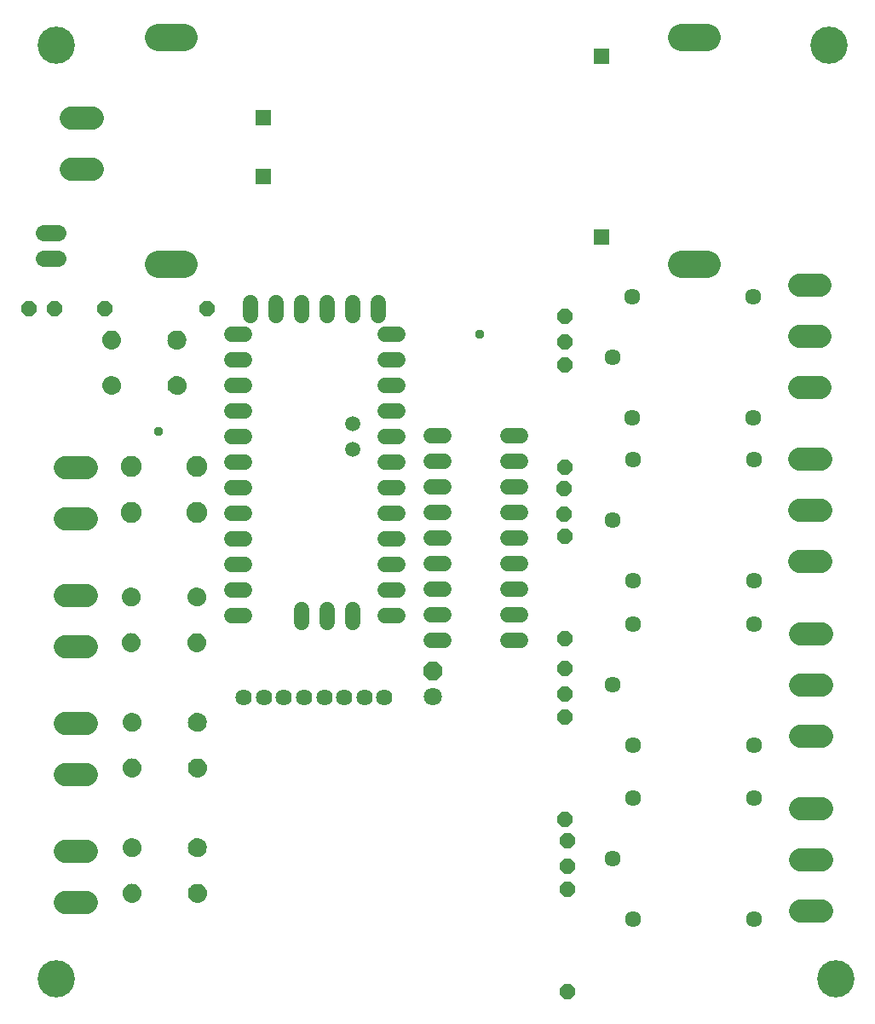
<source format=gbr>
G04 EAGLE Gerber RS-274X export*
G75*
%MOMM*%
%FSLAX34Y34*%
%LPD*%
%INSoldermask Bottom*%
%IPPOS*%
%AMOC8*
5,1,8,0,0,1.08239X$1,22.5*%
G01*
%ADD10C,3.703200*%
%ADD11P,1.951982X8X112.500000*%
%ADD12C,1.803400*%
%ADD13C,2.743200*%
%ADD14P,1.649562X8X112.500000*%
%ADD15P,1.649562X8X292.500000*%
%ADD16C,2.082800*%
%ADD17C,1.625600*%
%ADD18C,1.511200*%
%ADD19C,1.511200*%
%ADD20R,1.511200X1.511200*%
%ADD21C,1.524000*%
%ADD22P,1.649562X8X202.500000*%
%ADD23P,1.649562X8X22.500000*%
%ADD24C,2.298700*%
%ADD25C,1.625600*%
%ADD26C,1.611200*%
%ADD27C,0.959600*%

G36*
X164654Y662818D02*
X164654Y662818D01*
X164675Y662816D01*
X166366Y662968D01*
X166412Y662981D01*
X166488Y662991D01*
X168117Y663470D01*
X168145Y663484D01*
X168166Y663488D01*
X168191Y663502D01*
X168232Y663517D01*
X169736Y664304D01*
X169775Y664333D01*
X169840Y664372D01*
X171162Y665438D01*
X171194Y665474D01*
X171251Y665525D01*
X172340Y666828D01*
X172363Y666869D01*
X172410Y666930D01*
X173223Y668421D01*
X173238Y668466D01*
X173272Y668535D01*
X173779Y670155D01*
X173785Y670203D01*
X173804Y670277D01*
X173985Y671960D01*
X174010Y672158D01*
X174007Y672209D01*
X174011Y672300D01*
X173838Y674009D01*
X173825Y674055D01*
X173813Y674131D01*
X173310Y675773D01*
X173288Y675816D01*
X173262Y675888D01*
X172448Y677401D01*
X172418Y677438D01*
X172378Y677504D01*
X171285Y678828D01*
X171248Y678860D01*
X171197Y678916D01*
X169866Y680002D01*
X169823Y680025D01*
X169762Y680071D01*
X168245Y680876D01*
X168199Y680891D01*
X168130Y680923D01*
X167277Y681179D01*
X166484Y681417D01*
X166437Y681423D01*
X166362Y681441D01*
X164775Y681593D01*
X164758Y681600D01*
X164664Y681641D01*
X164654Y681641D01*
X164646Y681645D01*
X164459Y681656D01*
X162780Y681503D01*
X162733Y681490D01*
X162658Y681480D01*
X161041Y681002D01*
X160998Y680981D01*
X160926Y680956D01*
X159434Y680172D01*
X159396Y680142D01*
X159330Y680104D01*
X158019Y679044D01*
X157988Y679008D01*
X157931Y678957D01*
X156852Y677662D01*
X156828Y677620D01*
X156782Y677559D01*
X155976Y676078D01*
X155961Y676033D01*
X155928Y675964D01*
X155427Y674355D01*
X155421Y674307D01*
X155402Y674233D01*
X155227Y672580D01*
X155180Y672324D01*
X155180Y672302D01*
X155173Y672142D01*
X155358Y670425D01*
X155371Y670378D01*
X155383Y670303D01*
X155899Y668654D01*
X155921Y668611D01*
X155947Y668540D01*
X156775Y667023D01*
X156805Y666985D01*
X156845Y666920D01*
X157953Y665594D01*
X157989Y665563D01*
X158041Y665507D01*
X159386Y664423D01*
X159428Y664400D01*
X159490Y664354D01*
X161021Y663553D01*
X161067Y663539D01*
X161136Y663507D01*
X162793Y663019D01*
X162841Y663014D01*
X162916Y662996D01*
X164384Y662864D01*
X164412Y662848D01*
X164451Y662842D01*
X164488Y662827D01*
X164584Y662822D01*
X164634Y662814D01*
X164654Y662818D01*
G37*
G36*
X99630Y662793D02*
X99630Y662793D01*
X99651Y662791D01*
X101342Y662943D01*
X101388Y662956D01*
X101464Y662966D01*
X103093Y663445D01*
X103121Y663459D01*
X103142Y663463D01*
X103167Y663477D01*
X103208Y663492D01*
X104712Y664279D01*
X104751Y664308D01*
X104816Y664347D01*
X106138Y665413D01*
X106170Y665449D01*
X106227Y665500D01*
X107316Y666803D01*
X107339Y666844D01*
X107386Y666905D01*
X108199Y668396D01*
X108214Y668441D01*
X108248Y668510D01*
X108755Y670130D01*
X108761Y670178D01*
X108780Y670252D01*
X108961Y671935D01*
X108986Y672133D01*
X108983Y672184D01*
X108987Y672275D01*
X108814Y673984D01*
X108801Y674030D01*
X108789Y674106D01*
X108286Y675748D01*
X108264Y675791D01*
X108238Y675863D01*
X107424Y677376D01*
X107394Y677413D01*
X107354Y677479D01*
X106261Y678803D01*
X106224Y678835D01*
X106173Y678891D01*
X104842Y679977D01*
X104799Y680000D01*
X104738Y680046D01*
X103221Y680851D01*
X103175Y680866D01*
X103106Y680898D01*
X102253Y681154D01*
X101460Y681392D01*
X101413Y681398D01*
X101338Y681416D01*
X99751Y681568D01*
X99734Y681575D01*
X99640Y681616D01*
X99630Y681616D01*
X99622Y681620D01*
X99435Y681631D01*
X97756Y681478D01*
X97709Y681465D01*
X97634Y681455D01*
X96017Y680977D01*
X95974Y680956D01*
X95902Y680931D01*
X94410Y680147D01*
X94372Y680117D01*
X94306Y680079D01*
X92995Y679019D01*
X92964Y678983D01*
X92907Y678932D01*
X91828Y677637D01*
X91804Y677595D01*
X91758Y677534D01*
X90952Y676053D01*
X90937Y676008D01*
X90904Y675939D01*
X90403Y674330D01*
X90397Y674282D01*
X90378Y674208D01*
X90203Y672555D01*
X90156Y672299D01*
X90156Y672277D01*
X90149Y672117D01*
X90334Y670400D01*
X90347Y670353D01*
X90359Y670278D01*
X90875Y668629D01*
X90897Y668586D01*
X90923Y668515D01*
X91751Y666998D01*
X91781Y666960D01*
X91821Y666895D01*
X92929Y665569D01*
X92965Y665538D01*
X93017Y665482D01*
X94362Y664398D01*
X94404Y664375D01*
X94466Y664329D01*
X95997Y663528D01*
X96043Y663514D01*
X96112Y663482D01*
X97769Y662994D01*
X97817Y662989D01*
X97892Y662971D01*
X99360Y662839D01*
X99388Y662823D01*
X99427Y662817D01*
X99464Y662802D01*
X99560Y662797D01*
X99610Y662789D01*
X99630Y662793D01*
G37*
G36*
X99630Y617555D02*
X99630Y617555D01*
X99651Y617553D01*
X101342Y617705D01*
X101388Y617718D01*
X101464Y617728D01*
X103093Y618207D01*
X103121Y618221D01*
X103142Y618225D01*
X103167Y618239D01*
X103208Y618254D01*
X104712Y619041D01*
X104751Y619070D01*
X104816Y619109D01*
X106138Y620175D01*
X106170Y620211D01*
X106227Y620262D01*
X107316Y621565D01*
X107339Y621606D01*
X107386Y621667D01*
X108199Y623158D01*
X108214Y623203D01*
X108248Y623272D01*
X108755Y624892D01*
X108761Y624940D01*
X108780Y625014D01*
X108961Y626697D01*
X108986Y626895D01*
X108983Y626946D01*
X108987Y627037D01*
X108814Y628746D01*
X108801Y628792D01*
X108789Y628868D01*
X108286Y630510D01*
X108264Y630553D01*
X108238Y630625D01*
X107424Y632138D01*
X107394Y632175D01*
X107354Y632241D01*
X106261Y633565D01*
X106224Y633597D01*
X106173Y633653D01*
X104842Y634739D01*
X104799Y634762D01*
X104738Y634808D01*
X103221Y635613D01*
X103175Y635628D01*
X103106Y635660D01*
X102253Y635916D01*
X101460Y636154D01*
X101413Y636160D01*
X101338Y636178D01*
X99751Y636330D01*
X99734Y636337D01*
X99640Y636378D01*
X99630Y636378D01*
X99622Y636382D01*
X99435Y636393D01*
X97756Y636240D01*
X97709Y636227D01*
X97634Y636217D01*
X96017Y635739D01*
X95974Y635718D01*
X95902Y635693D01*
X94410Y634909D01*
X94372Y634879D01*
X94306Y634841D01*
X92995Y633781D01*
X92964Y633745D01*
X92907Y633694D01*
X91828Y632399D01*
X91804Y632357D01*
X91758Y632296D01*
X90952Y630815D01*
X90937Y630770D01*
X90904Y630701D01*
X90403Y629092D01*
X90397Y629044D01*
X90378Y628970D01*
X90203Y627317D01*
X90156Y627061D01*
X90156Y627039D01*
X90149Y626879D01*
X90334Y625162D01*
X90347Y625115D01*
X90359Y625040D01*
X90875Y623391D01*
X90897Y623348D01*
X90923Y623277D01*
X91751Y621760D01*
X91781Y621722D01*
X91821Y621657D01*
X92929Y620331D01*
X92965Y620300D01*
X93017Y620244D01*
X94362Y619160D01*
X94404Y619137D01*
X94466Y619091D01*
X95997Y618290D01*
X96043Y618276D01*
X96112Y618244D01*
X97769Y617756D01*
X97817Y617751D01*
X97892Y617733D01*
X99360Y617601D01*
X99388Y617585D01*
X99427Y617579D01*
X99464Y617564D01*
X99560Y617559D01*
X99610Y617551D01*
X99630Y617555D01*
G37*
G36*
X164705Y617530D02*
X164705Y617530D01*
X164726Y617528D01*
X166417Y617680D01*
X166463Y617693D01*
X166539Y617703D01*
X168168Y618182D01*
X168196Y618196D01*
X168217Y618200D01*
X168242Y618214D01*
X168283Y618229D01*
X169787Y619016D01*
X169826Y619045D01*
X169891Y619084D01*
X171213Y620150D01*
X171245Y620186D01*
X171302Y620237D01*
X172391Y621540D01*
X172414Y621581D01*
X172461Y621642D01*
X173274Y623133D01*
X173289Y623178D01*
X173323Y623247D01*
X173830Y624867D01*
X173836Y624915D01*
X173855Y624989D01*
X174036Y626672D01*
X174061Y626870D01*
X174058Y626921D01*
X174062Y627012D01*
X173889Y628721D01*
X173876Y628767D01*
X173864Y628843D01*
X173361Y630485D01*
X173339Y630528D01*
X173313Y630600D01*
X172499Y632113D01*
X172469Y632150D01*
X172429Y632216D01*
X171336Y633540D01*
X171299Y633572D01*
X171248Y633628D01*
X169917Y634714D01*
X169874Y634737D01*
X169813Y634783D01*
X168296Y635588D01*
X168250Y635603D01*
X168181Y635635D01*
X167328Y635891D01*
X166535Y636129D01*
X166488Y636135D01*
X166413Y636153D01*
X164826Y636305D01*
X164809Y636312D01*
X164715Y636353D01*
X164705Y636353D01*
X164697Y636357D01*
X164510Y636368D01*
X162831Y636215D01*
X162784Y636202D01*
X162709Y636192D01*
X161092Y635714D01*
X161049Y635693D01*
X160977Y635668D01*
X159485Y634884D01*
X159447Y634854D01*
X159381Y634816D01*
X158070Y633756D01*
X158039Y633720D01*
X157982Y633669D01*
X156903Y632374D01*
X156879Y632332D01*
X156833Y632271D01*
X156027Y630790D01*
X156012Y630745D01*
X155979Y630676D01*
X155478Y629067D01*
X155472Y629019D01*
X155453Y628945D01*
X155278Y627292D01*
X155231Y627036D01*
X155231Y627014D01*
X155224Y626854D01*
X155409Y625137D01*
X155422Y625090D01*
X155434Y625015D01*
X155950Y623366D01*
X155972Y623323D01*
X155998Y623252D01*
X156826Y621735D01*
X156856Y621697D01*
X156896Y621632D01*
X158004Y620306D01*
X158040Y620275D01*
X158092Y620219D01*
X159437Y619135D01*
X159479Y619112D01*
X159541Y619066D01*
X161072Y618265D01*
X161118Y618251D01*
X161187Y618219D01*
X162844Y617731D01*
X162892Y617726D01*
X162967Y617708D01*
X164435Y617576D01*
X164463Y617560D01*
X164502Y617554D01*
X164539Y617539D01*
X164635Y617534D01*
X164685Y617526D01*
X164705Y617530D01*
G37*
G36*
X184339Y407548D02*
X184339Y407548D01*
X184360Y407546D01*
X186051Y407698D01*
X186097Y407711D01*
X186173Y407721D01*
X187802Y408200D01*
X187830Y408214D01*
X187851Y408218D01*
X187876Y408232D01*
X187917Y408247D01*
X189421Y409034D01*
X189460Y409063D01*
X189525Y409102D01*
X190847Y410168D01*
X190879Y410204D01*
X190936Y410255D01*
X192025Y411558D01*
X192048Y411599D01*
X192095Y411660D01*
X192908Y413151D01*
X192923Y413196D01*
X192957Y413265D01*
X193464Y414885D01*
X193470Y414933D01*
X193489Y415007D01*
X193670Y416690D01*
X193695Y416888D01*
X193692Y416939D01*
X193696Y417030D01*
X193523Y418739D01*
X193510Y418785D01*
X193498Y418861D01*
X192995Y420503D01*
X192973Y420546D01*
X192947Y420618D01*
X192133Y422131D01*
X192103Y422168D01*
X192063Y422234D01*
X190970Y423558D01*
X190933Y423590D01*
X190882Y423646D01*
X189551Y424732D01*
X189508Y424755D01*
X189447Y424801D01*
X187930Y425606D01*
X187884Y425621D01*
X187815Y425653D01*
X186962Y425909D01*
X186169Y426147D01*
X186122Y426153D01*
X186047Y426171D01*
X184460Y426323D01*
X184443Y426330D01*
X184349Y426371D01*
X184339Y426371D01*
X184331Y426375D01*
X184144Y426386D01*
X182465Y426233D01*
X182418Y426220D01*
X182343Y426210D01*
X180726Y425732D01*
X180683Y425711D01*
X180611Y425686D01*
X179119Y424902D01*
X179081Y424872D01*
X179015Y424834D01*
X177704Y423774D01*
X177673Y423738D01*
X177616Y423687D01*
X176537Y422392D01*
X176513Y422350D01*
X176467Y422289D01*
X175661Y420808D01*
X175646Y420763D01*
X175613Y420694D01*
X175112Y419085D01*
X175106Y419037D01*
X175087Y418963D01*
X174912Y417310D01*
X174865Y417054D01*
X174865Y417032D01*
X174858Y416872D01*
X175043Y415155D01*
X175056Y415108D01*
X175068Y415033D01*
X175584Y413384D01*
X175606Y413341D01*
X175632Y413270D01*
X176460Y411753D01*
X176490Y411715D01*
X176530Y411650D01*
X177638Y410324D01*
X177674Y410293D01*
X177726Y410237D01*
X179071Y409153D01*
X179113Y409130D01*
X179175Y409084D01*
X180706Y408283D01*
X180752Y408269D01*
X180821Y408237D01*
X182478Y407749D01*
X182526Y407744D01*
X182601Y407726D01*
X184069Y407594D01*
X184097Y407578D01*
X184136Y407572D01*
X184173Y407557D01*
X184269Y407552D01*
X184319Y407544D01*
X184339Y407548D01*
G37*
G36*
X119315Y407523D02*
X119315Y407523D01*
X119336Y407521D01*
X121027Y407673D01*
X121073Y407686D01*
X121149Y407696D01*
X122778Y408175D01*
X122806Y408189D01*
X122827Y408193D01*
X122852Y408207D01*
X122893Y408222D01*
X124397Y409009D01*
X124436Y409038D01*
X124501Y409077D01*
X125823Y410143D01*
X125855Y410179D01*
X125912Y410230D01*
X127001Y411533D01*
X127024Y411574D01*
X127071Y411635D01*
X127884Y413126D01*
X127899Y413171D01*
X127933Y413240D01*
X128440Y414860D01*
X128446Y414908D01*
X128465Y414982D01*
X128646Y416665D01*
X128671Y416863D01*
X128668Y416914D01*
X128672Y417005D01*
X128499Y418714D01*
X128486Y418760D01*
X128474Y418836D01*
X127971Y420478D01*
X127949Y420521D01*
X127923Y420593D01*
X127109Y422106D01*
X127079Y422143D01*
X127039Y422209D01*
X125946Y423533D01*
X125909Y423565D01*
X125858Y423621D01*
X124527Y424707D01*
X124484Y424730D01*
X124423Y424776D01*
X122906Y425581D01*
X122860Y425596D01*
X122791Y425628D01*
X121938Y425884D01*
X121145Y426122D01*
X121098Y426128D01*
X121023Y426146D01*
X119436Y426298D01*
X119419Y426305D01*
X119325Y426346D01*
X119315Y426346D01*
X119307Y426350D01*
X119120Y426361D01*
X117441Y426208D01*
X117394Y426195D01*
X117319Y426185D01*
X115702Y425707D01*
X115659Y425686D01*
X115587Y425661D01*
X114095Y424877D01*
X114057Y424847D01*
X113991Y424809D01*
X112680Y423749D01*
X112649Y423713D01*
X112592Y423662D01*
X111513Y422367D01*
X111489Y422325D01*
X111443Y422264D01*
X110637Y420783D01*
X110622Y420738D01*
X110589Y420669D01*
X110088Y419060D01*
X110082Y419012D01*
X110063Y418938D01*
X109888Y417285D01*
X109841Y417029D01*
X109841Y417007D01*
X109834Y416847D01*
X110019Y415130D01*
X110032Y415083D01*
X110044Y415008D01*
X110560Y413359D01*
X110582Y413316D01*
X110608Y413245D01*
X111436Y411728D01*
X111466Y411690D01*
X111506Y411625D01*
X112614Y410299D01*
X112650Y410268D01*
X112702Y410212D01*
X114047Y409128D01*
X114089Y409105D01*
X114151Y409059D01*
X115682Y408258D01*
X115728Y408244D01*
X115797Y408212D01*
X117454Y407724D01*
X117502Y407719D01*
X117577Y407701D01*
X119045Y407569D01*
X119073Y407553D01*
X119112Y407547D01*
X119149Y407532D01*
X119245Y407527D01*
X119295Y407519D01*
X119315Y407523D01*
G37*
G36*
X119315Y362285D02*
X119315Y362285D01*
X119336Y362283D01*
X121027Y362435D01*
X121073Y362448D01*
X121149Y362458D01*
X122778Y362937D01*
X122806Y362951D01*
X122827Y362955D01*
X122852Y362969D01*
X122893Y362984D01*
X124397Y363771D01*
X124436Y363800D01*
X124501Y363839D01*
X125823Y364905D01*
X125855Y364941D01*
X125912Y364992D01*
X127001Y366295D01*
X127024Y366336D01*
X127071Y366397D01*
X127884Y367888D01*
X127899Y367933D01*
X127933Y368002D01*
X128440Y369622D01*
X128446Y369670D01*
X128465Y369744D01*
X128646Y371427D01*
X128671Y371625D01*
X128668Y371676D01*
X128672Y371767D01*
X128499Y373476D01*
X128486Y373522D01*
X128474Y373598D01*
X127971Y375240D01*
X127949Y375283D01*
X127923Y375355D01*
X127109Y376868D01*
X127079Y376905D01*
X127039Y376971D01*
X125946Y378295D01*
X125909Y378327D01*
X125858Y378383D01*
X124527Y379469D01*
X124484Y379492D01*
X124423Y379538D01*
X122906Y380343D01*
X122860Y380358D01*
X122791Y380390D01*
X121938Y380646D01*
X121145Y380884D01*
X121098Y380890D01*
X121023Y380908D01*
X119436Y381060D01*
X119419Y381067D01*
X119325Y381108D01*
X119315Y381108D01*
X119307Y381112D01*
X119120Y381123D01*
X117441Y380970D01*
X117394Y380957D01*
X117319Y380947D01*
X115702Y380469D01*
X115659Y380448D01*
X115587Y380423D01*
X114095Y379639D01*
X114057Y379609D01*
X113991Y379571D01*
X112680Y378511D01*
X112649Y378475D01*
X112592Y378424D01*
X111513Y377129D01*
X111489Y377087D01*
X111443Y377026D01*
X110637Y375545D01*
X110622Y375500D01*
X110589Y375431D01*
X110088Y373822D01*
X110082Y373774D01*
X110063Y373700D01*
X109888Y372047D01*
X109841Y371791D01*
X109841Y371769D01*
X109834Y371609D01*
X110019Y369892D01*
X110032Y369845D01*
X110044Y369770D01*
X110560Y368121D01*
X110582Y368078D01*
X110608Y368007D01*
X111436Y366490D01*
X111466Y366452D01*
X111506Y366387D01*
X112614Y365061D01*
X112650Y365030D01*
X112702Y364974D01*
X114047Y363890D01*
X114089Y363867D01*
X114151Y363821D01*
X115682Y363020D01*
X115728Y363006D01*
X115797Y362974D01*
X117454Y362486D01*
X117502Y362481D01*
X117577Y362463D01*
X119045Y362331D01*
X119073Y362315D01*
X119112Y362309D01*
X119149Y362294D01*
X119245Y362289D01*
X119295Y362281D01*
X119315Y362285D01*
G37*
G36*
X184390Y362260D02*
X184390Y362260D01*
X184411Y362258D01*
X186102Y362410D01*
X186148Y362423D01*
X186224Y362433D01*
X187853Y362912D01*
X187881Y362926D01*
X187902Y362930D01*
X187927Y362944D01*
X187968Y362959D01*
X189472Y363746D01*
X189511Y363775D01*
X189576Y363814D01*
X190898Y364880D01*
X190930Y364916D01*
X190987Y364967D01*
X192076Y366270D01*
X192099Y366311D01*
X192146Y366372D01*
X192959Y367863D01*
X192974Y367908D01*
X193008Y367977D01*
X193515Y369597D01*
X193521Y369645D01*
X193540Y369719D01*
X193721Y371402D01*
X193746Y371600D01*
X193743Y371651D01*
X193747Y371742D01*
X193574Y373451D01*
X193561Y373497D01*
X193549Y373573D01*
X193046Y375215D01*
X193024Y375258D01*
X192998Y375330D01*
X192184Y376843D01*
X192154Y376880D01*
X192114Y376946D01*
X191021Y378270D01*
X190984Y378302D01*
X190933Y378358D01*
X189602Y379444D01*
X189559Y379467D01*
X189498Y379513D01*
X187981Y380318D01*
X187935Y380333D01*
X187866Y380365D01*
X187013Y380621D01*
X186220Y380859D01*
X186173Y380865D01*
X186098Y380883D01*
X184511Y381035D01*
X184494Y381042D01*
X184400Y381083D01*
X184390Y381083D01*
X184382Y381087D01*
X184195Y381098D01*
X182516Y380945D01*
X182469Y380932D01*
X182394Y380922D01*
X180777Y380444D01*
X180734Y380423D01*
X180662Y380398D01*
X179170Y379614D01*
X179132Y379584D01*
X179066Y379546D01*
X177755Y378486D01*
X177724Y378450D01*
X177667Y378399D01*
X176588Y377104D01*
X176564Y377062D01*
X176518Y377001D01*
X175712Y375520D01*
X175697Y375475D01*
X175664Y375406D01*
X175163Y373797D01*
X175157Y373749D01*
X175138Y373675D01*
X174963Y372022D01*
X174916Y371766D01*
X174916Y371744D01*
X174909Y371584D01*
X175094Y369867D01*
X175107Y369820D01*
X175119Y369745D01*
X175635Y368096D01*
X175657Y368053D01*
X175683Y367982D01*
X176511Y366465D01*
X176541Y366427D01*
X176581Y366362D01*
X177689Y365036D01*
X177725Y365005D01*
X177777Y364949D01*
X179122Y363865D01*
X179164Y363842D01*
X179226Y363796D01*
X180757Y362995D01*
X180803Y362981D01*
X180872Y362949D01*
X182529Y362461D01*
X182577Y362456D01*
X182652Y362438D01*
X184120Y362306D01*
X184148Y362290D01*
X184187Y362284D01*
X184224Y362269D01*
X184320Y362264D01*
X184370Y362256D01*
X184390Y362260D01*
G37*
G36*
X184974Y283088D02*
X184974Y283088D01*
X184995Y283086D01*
X186686Y283238D01*
X186732Y283251D01*
X186808Y283261D01*
X188437Y283740D01*
X188465Y283754D01*
X188486Y283758D01*
X188511Y283772D01*
X188552Y283787D01*
X190056Y284574D01*
X190095Y284603D01*
X190160Y284642D01*
X191482Y285708D01*
X191514Y285744D01*
X191571Y285795D01*
X192660Y287098D01*
X192683Y287139D01*
X192730Y287200D01*
X193543Y288691D01*
X193558Y288736D01*
X193592Y288805D01*
X194099Y290425D01*
X194105Y290473D01*
X194124Y290547D01*
X194305Y292230D01*
X194330Y292428D01*
X194327Y292479D01*
X194331Y292570D01*
X194158Y294279D01*
X194145Y294325D01*
X194133Y294401D01*
X193630Y296043D01*
X193608Y296086D01*
X193582Y296158D01*
X192768Y297671D01*
X192738Y297708D01*
X192698Y297774D01*
X191605Y299098D01*
X191568Y299130D01*
X191517Y299186D01*
X190186Y300272D01*
X190143Y300295D01*
X190082Y300341D01*
X188565Y301146D01*
X188519Y301161D01*
X188450Y301193D01*
X187597Y301449D01*
X186804Y301687D01*
X186757Y301693D01*
X186682Y301711D01*
X185095Y301863D01*
X185078Y301870D01*
X184984Y301911D01*
X184974Y301911D01*
X184966Y301915D01*
X184779Y301926D01*
X183100Y301773D01*
X183053Y301760D01*
X182978Y301750D01*
X181361Y301272D01*
X181318Y301251D01*
X181246Y301226D01*
X179754Y300442D01*
X179716Y300412D01*
X179650Y300374D01*
X178339Y299314D01*
X178308Y299278D01*
X178251Y299227D01*
X177172Y297932D01*
X177148Y297890D01*
X177102Y297829D01*
X176296Y296348D01*
X176281Y296303D01*
X176248Y296234D01*
X175747Y294625D01*
X175741Y294577D01*
X175722Y294503D01*
X175547Y292850D01*
X175500Y292594D01*
X175500Y292572D01*
X175493Y292412D01*
X175678Y290695D01*
X175691Y290648D01*
X175703Y290573D01*
X176219Y288924D01*
X176241Y288881D01*
X176267Y288810D01*
X177095Y287293D01*
X177125Y287255D01*
X177165Y287190D01*
X178273Y285864D01*
X178309Y285833D01*
X178361Y285777D01*
X179706Y284693D01*
X179748Y284670D01*
X179810Y284624D01*
X181341Y283823D01*
X181387Y283809D01*
X181456Y283777D01*
X183113Y283289D01*
X183161Y283284D01*
X183236Y283266D01*
X184704Y283134D01*
X184732Y283118D01*
X184771Y283112D01*
X184808Y283097D01*
X184904Y283092D01*
X184954Y283084D01*
X184974Y283088D01*
G37*
G36*
X119950Y283063D02*
X119950Y283063D01*
X119971Y283061D01*
X121662Y283213D01*
X121708Y283226D01*
X121784Y283236D01*
X123413Y283715D01*
X123441Y283729D01*
X123462Y283733D01*
X123487Y283747D01*
X123528Y283762D01*
X125032Y284549D01*
X125071Y284578D01*
X125136Y284617D01*
X126458Y285683D01*
X126490Y285719D01*
X126547Y285770D01*
X127636Y287073D01*
X127659Y287114D01*
X127706Y287175D01*
X128519Y288666D01*
X128534Y288711D01*
X128568Y288780D01*
X129075Y290400D01*
X129081Y290448D01*
X129100Y290522D01*
X129281Y292205D01*
X129306Y292403D01*
X129303Y292454D01*
X129307Y292545D01*
X129134Y294254D01*
X129121Y294300D01*
X129109Y294376D01*
X128606Y296018D01*
X128584Y296061D01*
X128558Y296133D01*
X127744Y297646D01*
X127714Y297683D01*
X127674Y297749D01*
X126581Y299073D01*
X126544Y299105D01*
X126493Y299161D01*
X125162Y300247D01*
X125119Y300270D01*
X125058Y300316D01*
X123541Y301121D01*
X123495Y301136D01*
X123426Y301168D01*
X122573Y301424D01*
X121780Y301662D01*
X121733Y301668D01*
X121658Y301686D01*
X120071Y301838D01*
X120054Y301845D01*
X119960Y301886D01*
X119950Y301886D01*
X119942Y301890D01*
X119755Y301901D01*
X118076Y301748D01*
X118029Y301735D01*
X117954Y301725D01*
X116337Y301247D01*
X116294Y301226D01*
X116222Y301201D01*
X114730Y300417D01*
X114692Y300387D01*
X114626Y300349D01*
X113315Y299289D01*
X113284Y299253D01*
X113227Y299202D01*
X112148Y297907D01*
X112124Y297865D01*
X112078Y297804D01*
X111272Y296323D01*
X111257Y296278D01*
X111224Y296209D01*
X110723Y294600D01*
X110717Y294552D01*
X110698Y294478D01*
X110523Y292825D01*
X110476Y292569D01*
X110476Y292547D01*
X110469Y292387D01*
X110654Y290670D01*
X110667Y290623D01*
X110679Y290548D01*
X111195Y288899D01*
X111217Y288856D01*
X111243Y288785D01*
X112071Y287268D01*
X112101Y287230D01*
X112141Y287165D01*
X113249Y285839D01*
X113285Y285808D01*
X113337Y285752D01*
X114682Y284668D01*
X114724Y284645D01*
X114786Y284599D01*
X116317Y283798D01*
X116363Y283784D01*
X116432Y283752D01*
X118089Y283264D01*
X118137Y283259D01*
X118212Y283241D01*
X119680Y283109D01*
X119708Y283093D01*
X119747Y283087D01*
X119784Y283072D01*
X119880Y283067D01*
X119930Y283059D01*
X119950Y283063D01*
G37*
G36*
X119950Y237825D02*
X119950Y237825D01*
X119971Y237823D01*
X121662Y237975D01*
X121708Y237988D01*
X121784Y237998D01*
X123413Y238477D01*
X123441Y238491D01*
X123462Y238495D01*
X123487Y238509D01*
X123528Y238524D01*
X125032Y239311D01*
X125071Y239340D01*
X125136Y239379D01*
X126458Y240445D01*
X126490Y240481D01*
X126547Y240532D01*
X127636Y241835D01*
X127659Y241876D01*
X127706Y241937D01*
X128519Y243428D01*
X128534Y243473D01*
X128568Y243542D01*
X129075Y245162D01*
X129081Y245210D01*
X129100Y245284D01*
X129281Y246967D01*
X129306Y247165D01*
X129303Y247216D01*
X129307Y247307D01*
X129134Y249016D01*
X129121Y249062D01*
X129109Y249138D01*
X128606Y250780D01*
X128584Y250823D01*
X128558Y250895D01*
X127744Y252408D01*
X127714Y252445D01*
X127674Y252511D01*
X126581Y253835D01*
X126544Y253867D01*
X126493Y253923D01*
X125162Y255009D01*
X125119Y255032D01*
X125058Y255078D01*
X123541Y255883D01*
X123495Y255898D01*
X123426Y255930D01*
X122573Y256186D01*
X121780Y256424D01*
X121733Y256430D01*
X121658Y256448D01*
X120071Y256600D01*
X120054Y256607D01*
X119960Y256648D01*
X119950Y256648D01*
X119942Y256652D01*
X119755Y256663D01*
X118076Y256510D01*
X118029Y256497D01*
X117954Y256487D01*
X116337Y256009D01*
X116294Y255988D01*
X116222Y255963D01*
X114730Y255179D01*
X114692Y255149D01*
X114626Y255111D01*
X113315Y254051D01*
X113284Y254015D01*
X113227Y253964D01*
X112148Y252669D01*
X112124Y252627D01*
X112078Y252566D01*
X111272Y251085D01*
X111257Y251040D01*
X111224Y250971D01*
X110723Y249362D01*
X110717Y249314D01*
X110698Y249240D01*
X110523Y247587D01*
X110476Y247331D01*
X110476Y247309D01*
X110469Y247149D01*
X110654Y245432D01*
X110667Y245385D01*
X110679Y245310D01*
X111195Y243661D01*
X111217Y243618D01*
X111243Y243547D01*
X112071Y242030D01*
X112101Y241992D01*
X112141Y241927D01*
X113249Y240601D01*
X113285Y240570D01*
X113337Y240514D01*
X114682Y239430D01*
X114724Y239407D01*
X114786Y239361D01*
X116317Y238560D01*
X116363Y238546D01*
X116432Y238514D01*
X118089Y238026D01*
X118137Y238021D01*
X118212Y238003D01*
X119680Y237871D01*
X119708Y237855D01*
X119747Y237849D01*
X119784Y237834D01*
X119880Y237829D01*
X119930Y237821D01*
X119950Y237825D01*
G37*
G36*
X185025Y237800D02*
X185025Y237800D01*
X185046Y237798D01*
X186737Y237950D01*
X186783Y237963D01*
X186859Y237973D01*
X188488Y238452D01*
X188516Y238466D01*
X188537Y238470D01*
X188562Y238484D01*
X188603Y238499D01*
X190107Y239286D01*
X190146Y239315D01*
X190211Y239354D01*
X191533Y240420D01*
X191565Y240456D01*
X191622Y240507D01*
X192711Y241810D01*
X192734Y241851D01*
X192781Y241912D01*
X193594Y243403D01*
X193609Y243448D01*
X193643Y243517D01*
X194150Y245137D01*
X194156Y245185D01*
X194175Y245259D01*
X194356Y246942D01*
X194381Y247140D01*
X194378Y247191D01*
X194382Y247282D01*
X194209Y248991D01*
X194196Y249037D01*
X194184Y249113D01*
X193681Y250755D01*
X193659Y250798D01*
X193633Y250870D01*
X192819Y252383D01*
X192789Y252420D01*
X192749Y252486D01*
X191656Y253810D01*
X191619Y253842D01*
X191568Y253898D01*
X190237Y254984D01*
X190194Y255007D01*
X190133Y255053D01*
X188616Y255858D01*
X188570Y255873D01*
X188501Y255905D01*
X187648Y256161D01*
X186855Y256399D01*
X186808Y256405D01*
X186733Y256423D01*
X185146Y256575D01*
X185129Y256582D01*
X185035Y256623D01*
X185025Y256623D01*
X185017Y256627D01*
X184830Y256638D01*
X183151Y256485D01*
X183104Y256472D01*
X183029Y256462D01*
X181412Y255984D01*
X181369Y255963D01*
X181297Y255938D01*
X179805Y255154D01*
X179767Y255124D01*
X179701Y255086D01*
X178390Y254026D01*
X178359Y253990D01*
X178302Y253939D01*
X177223Y252644D01*
X177199Y252602D01*
X177153Y252541D01*
X176347Y251060D01*
X176332Y251015D01*
X176299Y250946D01*
X175798Y249337D01*
X175792Y249289D01*
X175773Y249215D01*
X175598Y247562D01*
X175551Y247306D01*
X175551Y247284D01*
X175544Y247124D01*
X175729Y245407D01*
X175742Y245360D01*
X175754Y245285D01*
X176270Y243636D01*
X176292Y243593D01*
X176318Y243522D01*
X177146Y242005D01*
X177176Y241967D01*
X177216Y241902D01*
X178324Y240576D01*
X178360Y240545D01*
X178412Y240489D01*
X179757Y239405D01*
X179799Y239382D01*
X179861Y239336D01*
X181392Y238535D01*
X181438Y238521D01*
X181507Y238489D01*
X183164Y238001D01*
X183212Y237996D01*
X183287Y237978D01*
X184755Y237846D01*
X184783Y237830D01*
X184822Y237824D01*
X184859Y237809D01*
X184955Y237804D01*
X185005Y237796D01*
X185025Y237800D01*
G37*
G36*
X184974Y158628D02*
X184974Y158628D01*
X184995Y158626D01*
X186686Y158778D01*
X186732Y158791D01*
X186808Y158801D01*
X188437Y159280D01*
X188465Y159294D01*
X188486Y159298D01*
X188511Y159312D01*
X188552Y159327D01*
X190056Y160114D01*
X190095Y160143D01*
X190160Y160182D01*
X191482Y161248D01*
X191514Y161284D01*
X191571Y161335D01*
X192660Y162638D01*
X192683Y162679D01*
X192730Y162740D01*
X193543Y164231D01*
X193558Y164276D01*
X193592Y164345D01*
X194099Y165965D01*
X194105Y166013D01*
X194124Y166087D01*
X194305Y167770D01*
X194330Y167968D01*
X194327Y168019D01*
X194331Y168110D01*
X194158Y169819D01*
X194145Y169865D01*
X194133Y169941D01*
X193630Y171583D01*
X193608Y171626D01*
X193582Y171698D01*
X192768Y173211D01*
X192738Y173248D01*
X192698Y173314D01*
X191605Y174638D01*
X191568Y174670D01*
X191517Y174726D01*
X190186Y175812D01*
X190143Y175835D01*
X190082Y175881D01*
X188565Y176686D01*
X188519Y176701D01*
X188450Y176733D01*
X187597Y176989D01*
X186804Y177227D01*
X186757Y177233D01*
X186682Y177251D01*
X185095Y177403D01*
X185078Y177410D01*
X184984Y177451D01*
X184974Y177451D01*
X184966Y177455D01*
X184779Y177466D01*
X183100Y177313D01*
X183053Y177300D01*
X182978Y177290D01*
X181361Y176812D01*
X181318Y176791D01*
X181246Y176766D01*
X179754Y175982D01*
X179716Y175952D01*
X179650Y175914D01*
X178339Y174854D01*
X178308Y174818D01*
X178251Y174767D01*
X177172Y173472D01*
X177148Y173430D01*
X177102Y173369D01*
X176296Y171888D01*
X176281Y171843D01*
X176248Y171774D01*
X175747Y170165D01*
X175741Y170117D01*
X175722Y170043D01*
X175547Y168390D01*
X175500Y168134D01*
X175500Y168112D01*
X175493Y167952D01*
X175678Y166235D01*
X175691Y166188D01*
X175703Y166113D01*
X176219Y164464D01*
X176241Y164421D01*
X176267Y164350D01*
X177095Y162833D01*
X177125Y162795D01*
X177165Y162730D01*
X178273Y161404D01*
X178309Y161373D01*
X178361Y161317D01*
X179706Y160233D01*
X179748Y160210D01*
X179810Y160164D01*
X181341Y159363D01*
X181387Y159349D01*
X181456Y159317D01*
X183113Y158829D01*
X183161Y158824D01*
X183236Y158806D01*
X184704Y158674D01*
X184732Y158658D01*
X184771Y158652D01*
X184808Y158637D01*
X184904Y158632D01*
X184954Y158624D01*
X184974Y158628D01*
G37*
G36*
X119950Y158603D02*
X119950Y158603D01*
X119971Y158601D01*
X121662Y158753D01*
X121708Y158766D01*
X121784Y158776D01*
X123413Y159255D01*
X123441Y159269D01*
X123462Y159273D01*
X123487Y159287D01*
X123528Y159302D01*
X125032Y160089D01*
X125071Y160118D01*
X125136Y160157D01*
X126458Y161223D01*
X126490Y161259D01*
X126547Y161310D01*
X127636Y162613D01*
X127659Y162654D01*
X127706Y162715D01*
X128519Y164206D01*
X128534Y164251D01*
X128568Y164320D01*
X129075Y165940D01*
X129081Y165988D01*
X129100Y166062D01*
X129281Y167745D01*
X129306Y167943D01*
X129303Y167994D01*
X129307Y168085D01*
X129134Y169794D01*
X129121Y169840D01*
X129109Y169916D01*
X128606Y171558D01*
X128584Y171601D01*
X128558Y171673D01*
X127744Y173186D01*
X127714Y173223D01*
X127674Y173289D01*
X126581Y174613D01*
X126544Y174645D01*
X126493Y174701D01*
X125162Y175787D01*
X125119Y175810D01*
X125058Y175856D01*
X123541Y176661D01*
X123495Y176676D01*
X123426Y176708D01*
X122573Y176964D01*
X121780Y177202D01*
X121733Y177208D01*
X121658Y177226D01*
X120071Y177378D01*
X120054Y177385D01*
X119960Y177426D01*
X119950Y177426D01*
X119942Y177430D01*
X119755Y177441D01*
X118076Y177288D01*
X118029Y177275D01*
X117954Y177265D01*
X116337Y176787D01*
X116294Y176766D01*
X116222Y176741D01*
X114730Y175957D01*
X114692Y175927D01*
X114626Y175889D01*
X113315Y174829D01*
X113284Y174793D01*
X113227Y174742D01*
X112148Y173447D01*
X112124Y173405D01*
X112078Y173344D01*
X111272Y171863D01*
X111257Y171818D01*
X111224Y171749D01*
X110723Y170140D01*
X110717Y170092D01*
X110698Y170018D01*
X110523Y168365D01*
X110476Y168109D01*
X110476Y168087D01*
X110469Y167927D01*
X110654Y166210D01*
X110667Y166163D01*
X110679Y166088D01*
X111195Y164439D01*
X111217Y164396D01*
X111243Y164325D01*
X112071Y162808D01*
X112101Y162770D01*
X112141Y162705D01*
X113249Y161379D01*
X113285Y161348D01*
X113337Y161292D01*
X114682Y160208D01*
X114724Y160185D01*
X114786Y160139D01*
X116317Y159338D01*
X116363Y159324D01*
X116432Y159292D01*
X118089Y158804D01*
X118137Y158799D01*
X118212Y158781D01*
X119680Y158649D01*
X119708Y158633D01*
X119747Y158627D01*
X119784Y158612D01*
X119880Y158607D01*
X119930Y158599D01*
X119950Y158603D01*
G37*
G36*
X119950Y113365D02*
X119950Y113365D01*
X119971Y113363D01*
X121662Y113515D01*
X121708Y113528D01*
X121784Y113538D01*
X123413Y114017D01*
X123441Y114031D01*
X123462Y114035D01*
X123487Y114049D01*
X123528Y114064D01*
X125032Y114851D01*
X125071Y114880D01*
X125136Y114919D01*
X126458Y115985D01*
X126490Y116021D01*
X126547Y116072D01*
X127636Y117375D01*
X127659Y117416D01*
X127706Y117477D01*
X128519Y118968D01*
X128534Y119013D01*
X128568Y119082D01*
X129075Y120702D01*
X129081Y120750D01*
X129100Y120824D01*
X129281Y122507D01*
X129306Y122705D01*
X129303Y122756D01*
X129307Y122847D01*
X129134Y124556D01*
X129121Y124602D01*
X129109Y124678D01*
X128606Y126320D01*
X128584Y126363D01*
X128558Y126435D01*
X127744Y127948D01*
X127714Y127985D01*
X127674Y128051D01*
X126581Y129375D01*
X126544Y129407D01*
X126493Y129463D01*
X125162Y130549D01*
X125119Y130572D01*
X125058Y130618D01*
X123541Y131423D01*
X123495Y131438D01*
X123426Y131470D01*
X122573Y131726D01*
X121780Y131964D01*
X121733Y131970D01*
X121658Y131988D01*
X120071Y132140D01*
X120054Y132147D01*
X119960Y132188D01*
X119950Y132188D01*
X119942Y132192D01*
X119755Y132203D01*
X118076Y132050D01*
X118029Y132037D01*
X117954Y132027D01*
X116337Y131549D01*
X116294Y131528D01*
X116222Y131503D01*
X114730Y130719D01*
X114692Y130689D01*
X114626Y130651D01*
X113315Y129591D01*
X113284Y129555D01*
X113227Y129504D01*
X112148Y128209D01*
X112124Y128167D01*
X112078Y128106D01*
X111272Y126625D01*
X111257Y126580D01*
X111224Y126511D01*
X110723Y124902D01*
X110717Y124854D01*
X110698Y124780D01*
X110523Y123127D01*
X110476Y122871D01*
X110476Y122849D01*
X110469Y122689D01*
X110654Y120972D01*
X110667Y120925D01*
X110679Y120850D01*
X111195Y119201D01*
X111217Y119158D01*
X111243Y119087D01*
X112071Y117570D01*
X112101Y117532D01*
X112141Y117467D01*
X113249Y116141D01*
X113285Y116110D01*
X113337Y116054D01*
X114682Y114970D01*
X114724Y114947D01*
X114786Y114901D01*
X116317Y114100D01*
X116363Y114086D01*
X116432Y114054D01*
X118089Y113566D01*
X118137Y113561D01*
X118212Y113543D01*
X119680Y113411D01*
X119708Y113395D01*
X119747Y113389D01*
X119784Y113374D01*
X119880Y113369D01*
X119930Y113361D01*
X119950Y113365D01*
G37*
G36*
X185025Y113340D02*
X185025Y113340D01*
X185046Y113338D01*
X186737Y113490D01*
X186783Y113503D01*
X186859Y113513D01*
X188488Y113992D01*
X188516Y114006D01*
X188537Y114010D01*
X188561Y114024D01*
X188603Y114039D01*
X190107Y114826D01*
X190146Y114855D01*
X190211Y114894D01*
X191533Y115960D01*
X191565Y115996D01*
X191622Y116047D01*
X192711Y117350D01*
X192734Y117391D01*
X192781Y117452D01*
X193594Y118943D01*
X193609Y118988D01*
X193643Y119057D01*
X194150Y120677D01*
X194156Y120725D01*
X194175Y120799D01*
X194356Y122482D01*
X194381Y122680D01*
X194378Y122731D01*
X194382Y122822D01*
X194209Y124531D01*
X194196Y124577D01*
X194184Y124653D01*
X193681Y126295D01*
X193659Y126338D01*
X193633Y126410D01*
X192819Y127923D01*
X192789Y127960D01*
X192749Y128026D01*
X191656Y129350D01*
X191619Y129382D01*
X191568Y129438D01*
X190237Y130524D01*
X190194Y130547D01*
X190133Y130593D01*
X188616Y131398D01*
X188570Y131413D01*
X188501Y131445D01*
X187648Y131701D01*
X186855Y131939D01*
X186808Y131945D01*
X186733Y131963D01*
X185146Y132115D01*
X185129Y132122D01*
X185035Y132163D01*
X185025Y132163D01*
X185017Y132167D01*
X184830Y132178D01*
X183151Y132025D01*
X183104Y132012D01*
X183029Y132002D01*
X181412Y131524D01*
X181369Y131503D01*
X181297Y131478D01*
X179805Y130694D01*
X179767Y130664D01*
X179701Y130626D01*
X178390Y129566D01*
X178359Y129530D01*
X178302Y129479D01*
X177223Y128184D01*
X177199Y128142D01*
X177153Y128081D01*
X176347Y126600D01*
X176332Y126555D01*
X176299Y126486D01*
X175798Y124877D01*
X175792Y124829D01*
X175773Y124755D01*
X175598Y123102D01*
X175551Y122846D01*
X175551Y122824D01*
X175544Y122664D01*
X175729Y120947D01*
X175742Y120900D01*
X175754Y120825D01*
X176270Y119176D01*
X176292Y119133D01*
X176318Y119062D01*
X177146Y117545D01*
X177176Y117507D01*
X177216Y117442D01*
X178324Y116116D01*
X178360Y116085D01*
X178412Y116029D01*
X179757Y114945D01*
X179799Y114922D01*
X179861Y114876D01*
X181392Y114075D01*
X181438Y114061D01*
X181507Y114029D01*
X183164Y113541D01*
X183212Y113536D01*
X183287Y113518D01*
X184755Y113386D01*
X184783Y113370D01*
X184822Y113364D01*
X184859Y113349D01*
X184955Y113344D01*
X185005Y113336D01*
X185025Y113340D01*
G37*
D10*
X44450Y965200D03*
X812800Y965200D03*
X819150Y38100D03*
X44450Y38100D03*
D11*
X419100Y343535D03*
D12*
X419100Y318135D03*
D13*
X172085Y972312D02*
X146685Y972312D01*
X146685Y747268D02*
X172085Y747268D01*
X666115Y972312D02*
X691515Y972312D01*
X691515Y747268D02*
X666115Y747268D01*
D14*
X549910Y670560D03*
X549910Y695960D03*
X549275Y499110D03*
X549275Y524510D03*
D15*
X550545Y647700D03*
X550545Y546100D03*
X549910Y476885D03*
X549910Y375285D03*
D16*
X184277Y501269D03*
X119253Y501269D03*
X184277Y546481D03*
X119253Y546481D03*
D17*
X370990Y317500D03*
X350990Y317500D03*
X330990Y317500D03*
X310990Y317500D03*
X290990Y317500D03*
X270990Y317500D03*
X250990Y317500D03*
X230990Y317500D03*
D18*
X238125Y696405D02*
X238125Y709485D01*
X263525Y709485D02*
X263525Y696405D01*
X288925Y696405D02*
X288925Y709485D01*
X314325Y709485D02*
X314325Y696405D01*
X339725Y696405D02*
X339725Y709485D01*
X365125Y709485D02*
X365125Y696405D01*
X231965Y677545D02*
X218885Y677545D01*
X218885Y652145D02*
X231965Y652145D01*
X231965Y626745D02*
X218885Y626745D01*
X218885Y601345D02*
X231965Y601345D01*
X231965Y575945D02*
X218885Y575945D01*
X218885Y550545D02*
X231965Y550545D01*
X231965Y525145D02*
X218885Y525145D01*
X218885Y499745D02*
X231965Y499745D01*
X231965Y474345D02*
X218885Y474345D01*
X218885Y448945D02*
X231965Y448945D01*
X231965Y423545D02*
X218885Y423545D01*
X218885Y398145D02*
X231965Y398145D01*
X371285Y677545D02*
X384365Y677545D01*
X384365Y652145D02*
X371285Y652145D01*
X371285Y626745D02*
X384365Y626745D01*
X384365Y601345D02*
X371285Y601345D01*
X371285Y575945D02*
X384365Y575945D01*
X384365Y550545D02*
X371285Y550545D01*
X371285Y525145D02*
X384365Y525145D01*
X384365Y499745D02*
X371285Y499745D01*
X371285Y474345D02*
X384365Y474345D01*
X384365Y448945D02*
X371285Y448945D01*
X371285Y423545D02*
X384365Y423545D01*
X384365Y398145D02*
X371285Y398145D01*
X339725Y404685D02*
X339725Y391605D01*
X314325Y391605D02*
X314325Y404685D01*
X288925Y404685D02*
X288925Y391605D01*
D19*
X339725Y588645D03*
X339725Y563245D03*
D20*
X250600Y834300D03*
X250600Y893300D03*
X586600Y954300D03*
X586600Y774300D03*
D21*
X430149Y577215D02*
X416941Y577215D01*
X416941Y551815D02*
X430149Y551815D01*
X430149Y424815D02*
X416941Y424815D01*
X416941Y399415D02*
X430149Y399415D01*
X430149Y526415D02*
X416941Y526415D01*
X416941Y501015D02*
X430149Y501015D01*
X430149Y450215D02*
X416941Y450215D01*
X416941Y475615D02*
X430149Y475615D01*
X430149Y374015D02*
X416941Y374015D01*
X493141Y374015D02*
X506349Y374015D01*
X506349Y399415D02*
X493141Y399415D01*
X493141Y424815D02*
X506349Y424815D01*
X506349Y450215D02*
X493141Y450215D01*
X493141Y475615D02*
X506349Y475615D01*
X506349Y501015D02*
X493141Y501015D01*
X493141Y526415D02*
X506349Y526415D01*
X506349Y551815D02*
X493141Y551815D01*
X493141Y577215D02*
X506349Y577215D01*
D15*
X549910Y297815D03*
X549910Y196215D03*
X552450Y127000D03*
X552450Y25400D03*
D14*
X549910Y320675D03*
X549910Y346075D03*
X552450Y149225D03*
X552450Y174625D03*
D22*
X194310Y702945D03*
X92710Y702945D03*
D23*
X17780Y703580D03*
X43180Y703580D03*
D24*
X59373Y892810D02*
X80328Y892810D01*
X80328Y842010D02*
X59373Y842010D01*
D25*
X46482Y778510D02*
X32258Y778510D01*
X32258Y753110D02*
X46482Y753110D01*
D26*
X737295Y594755D03*
X617295Y714755D03*
X597295Y654755D03*
X737295Y714755D03*
X617295Y594755D03*
X737930Y433465D03*
X617930Y553465D03*
X597930Y493465D03*
X737930Y553465D03*
X617930Y433465D03*
X737930Y269635D03*
X617930Y389635D03*
X597930Y329635D03*
X737930Y389635D03*
X617930Y269635D03*
X737930Y96915D03*
X617930Y216915D03*
X597930Y156915D03*
X737930Y216915D03*
X617930Y96915D03*
D24*
X782638Y625475D02*
X803593Y625475D01*
X803593Y676275D02*
X782638Y676275D01*
X782638Y727075D02*
X803593Y727075D01*
X804228Y452755D02*
X783273Y452755D01*
X783273Y503555D02*
X804228Y503555D01*
X804228Y554355D02*
X783273Y554355D01*
X783908Y279400D02*
X804863Y279400D01*
X804863Y330200D02*
X783908Y330200D01*
X783908Y381000D02*
X804863Y381000D01*
X804863Y105410D02*
X783908Y105410D01*
X783908Y156210D02*
X804863Y156210D01*
X804863Y207010D02*
X783908Y207010D01*
X73978Y546100D02*
X53023Y546100D01*
X53023Y495300D02*
X73978Y495300D01*
X73978Y419100D02*
X53023Y419100D01*
X53023Y368300D02*
X73978Y368300D01*
X73978Y292100D02*
X53023Y292100D01*
X53023Y241300D02*
X73978Y241300D01*
X73978Y165100D02*
X53023Y165100D01*
X53023Y114300D02*
X73978Y114300D01*
D27*
X465455Y677545D03*
X146050Y581025D03*
M02*

</source>
